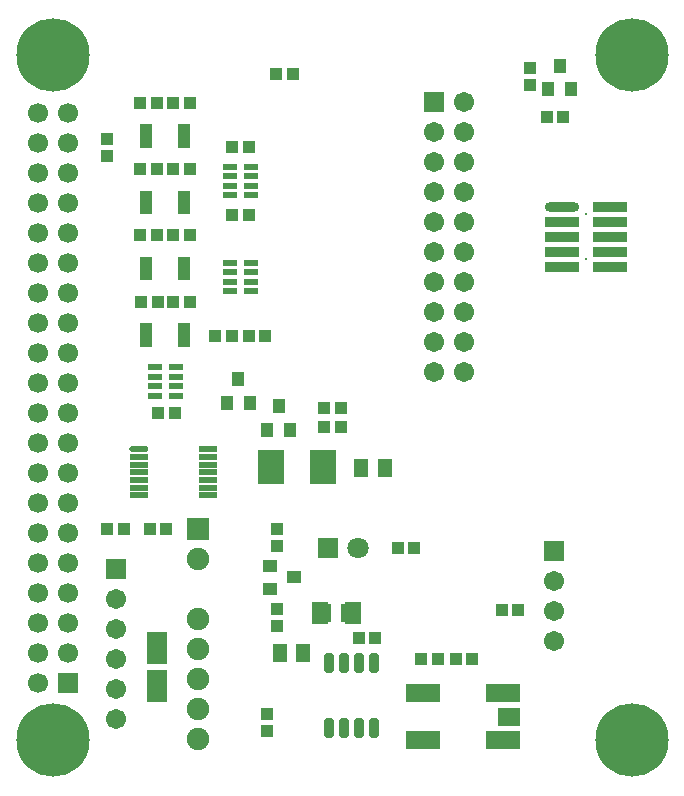
<source format=gts>
G04*
G04 #@! TF.GenerationSoftware,Altium Limited,Altium Designer,22.6.1 (34)*
G04*
G04 Layer_Color=16711935*
%FSAX44Y44*%
%MOMM*%
G71*
G04*
G04 #@! TF.SameCoordinates,3ED828DF-7C99-4F06-8B8B-480B9A04C0B7*
G04*
G04*
G04 #@! TF.FilePolarity,Negative*
G04*
G01*
G75*
%ADD32R,1.0032X1.1032*%
%ADD33R,1.7532X2.7532*%
%ADD34R,1.1032X1.0032*%
%ADD35R,1.1032X0.5032*%
%ADD36R,1.2032X1.5032*%
%ADD37R,1.4032X1.9032*%
%ADD38R,1.6400X0.5400*%
%ADD39O,1.6400X0.5400*%
%ADD40R,1.1532X1.1032*%
%ADD41R,1.1032X1.1532*%
%ADD42R,1.2032X0.6032*%
%ADD43R,2.3032X2.9032*%
%ADD44R,2.8956X0.8382*%
%ADD45O,2.8956X0.8382*%
G04:AMPARAMS|DCode=46|XSize=0.8032mm|YSize=1.6532mm|CornerRadius=0.1526mm|HoleSize=0mm|Usage=FLASHONLY|Rotation=180.000|XOffset=0mm|YOffset=0mm|HoleType=Round|Shape=RoundedRectangle|*
%AMROUNDEDRECTD46*
21,1,0.8032,1.3480,0,0,180.0*
21,1,0.4980,1.6532,0,0,180.0*
1,1,0.3052,-0.2490,0.6740*
1,1,0.3052,0.2490,0.6740*
1,1,0.3052,0.2490,-0.6740*
1,1,0.3052,-0.2490,-0.6740*
%
%ADD46ROUNDEDRECTD46*%
%ADD47R,1.8532X1.6032*%
%ADD48R,2.9532X1.6032*%
%ADD49R,1.7032X1.7032*%
%ADD50C,1.7032*%
%ADD51C,1.8032*%
%ADD52R,1.8032X1.8032*%
%ADD53C,1.7000*%
%ADD54R,1.7000X1.7000*%
%ADD55C,6.2032*%
%ADD56C,1.9032*%
%ADD57R,1.9032X1.9032*%
%ADD58C,0.2032*%
D32*
X01302730Y00986850D02*
D03*
X01316730D02*
D03*
X01302730Y01043850D02*
D03*
X01316730D02*
D03*
X01530730Y00651850D02*
D03*
X01544730D02*
D03*
X01462730Y00610850D02*
D03*
X01476730D02*
D03*
X01302355Y00884100D02*
D03*
X01288355D02*
D03*
X01568730Y01069850D02*
D03*
X01582730D02*
D03*
X01491730Y00610850D02*
D03*
X01505730D02*
D03*
X01316355Y00884100D02*
D03*
X01330355D02*
D03*
X01442730Y00704850D02*
D03*
X01456730D02*
D03*
X01266480Y01081350D02*
D03*
X01252480D02*
D03*
X01266480Y00913350D02*
D03*
X01252480D02*
D03*
X01266480Y00969350D02*
D03*
X01252480D02*
D03*
X01266480Y01025350D02*
D03*
X01252480D02*
D03*
X01224480Y01081350D02*
D03*
X01238480D02*
D03*
X01225480Y00913350D02*
D03*
X01239480D02*
D03*
X01224480Y00969350D02*
D03*
X01238480D02*
D03*
X01224480Y01025350D02*
D03*
X01238480D02*
D03*
X01380480Y00807350D02*
D03*
X01394480D02*
D03*
X01380480Y00823350D02*
D03*
X01394480D02*
D03*
X01239730Y00818850D02*
D03*
X01253730D02*
D03*
X01409730Y00628850D02*
D03*
X01423730D02*
D03*
X01232730Y00720850D02*
D03*
X01246730D02*
D03*
X01210730D02*
D03*
X01196730D02*
D03*
X01339730Y01105850D02*
D03*
X01353730D02*
D03*
D33*
X01238730Y00619850D02*
D03*
Y00587850D02*
D03*
D34*
X01196730Y01036850D02*
D03*
Y01050850D02*
D03*
X01340730Y00706850D02*
D03*
Y00720850D02*
D03*
X01554730Y01110850D02*
D03*
Y01096850D02*
D03*
X01340730Y00638850D02*
D03*
Y00652850D02*
D03*
X01331730Y00549850D02*
D03*
Y00563850D02*
D03*
D35*
X01229480Y00948850D02*
D03*
Y00943850D02*
D03*
Y00938850D02*
D03*
Y00933850D02*
D03*
X01261480D02*
D03*
Y00938850D02*
D03*
Y00943850D02*
D03*
Y00948850D02*
D03*
X01229480Y01060850D02*
D03*
Y01055850D02*
D03*
Y01050850D02*
D03*
Y01045850D02*
D03*
X01261480D02*
D03*
Y01050850D02*
D03*
Y01055850D02*
D03*
Y01060850D02*
D03*
X01229480Y01004850D02*
D03*
Y00999850D02*
D03*
Y00994850D02*
D03*
Y00989850D02*
D03*
X01261480D02*
D03*
Y00994850D02*
D03*
Y00999850D02*
D03*
Y01004850D02*
D03*
X01229480Y00892850D02*
D03*
Y00887850D02*
D03*
Y00882850D02*
D03*
Y00877850D02*
D03*
X01261480D02*
D03*
Y00882850D02*
D03*
Y00887850D02*
D03*
Y00892850D02*
D03*
D36*
X01342730Y00615850D02*
D03*
X01362730D02*
D03*
X01380539Y00649810D02*
D03*
X01400539D02*
D03*
X01411730Y00772850D02*
D03*
X01431730D02*
D03*
D37*
X01404539Y00649810D02*
D03*
X01376539D02*
D03*
D38*
X01281730Y00749350D02*
D03*
Y00755850D02*
D03*
Y00762350D02*
D03*
Y00768850D02*
D03*
Y00775350D02*
D03*
Y00781850D02*
D03*
Y00788350D02*
D03*
X01223730Y00749350D02*
D03*
Y00755850D02*
D03*
Y00762350D02*
D03*
Y00768850D02*
D03*
Y00775350D02*
D03*
Y00781850D02*
D03*
D39*
X01223730Y00788350D02*
D03*
D40*
X01334730Y00670350D02*
D03*
Y00689350D02*
D03*
X01354730Y00679850D02*
D03*
D41*
X01589230Y01093100D02*
D03*
X01570230D02*
D03*
X01579730Y01113100D02*
D03*
X01317230Y00827850D02*
D03*
X01298230D02*
D03*
X01307730Y00847850D02*
D03*
X01351230Y00804850D02*
D03*
X01332230D02*
D03*
X01341730Y00824850D02*
D03*
D42*
X01236730Y00833850D02*
D03*
Y00841850D02*
D03*
Y00849850D02*
D03*
Y00857850D02*
D03*
X01254730Y00833850D02*
D03*
Y00841850D02*
D03*
Y00849850D02*
D03*
Y00857850D02*
D03*
X01300480Y00922350D02*
D03*
Y00930350D02*
D03*
Y00938350D02*
D03*
Y00946350D02*
D03*
X01318480Y00922350D02*
D03*
Y00930350D02*
D03*
Y00938350D02*
D03*
Y00946350D02*
D03*
X01300480Y01003350D02*
D03*
Y01011350D02*
D03*
Y01019350D02*
D03*
Y01027350D02*
D03*
X01318480Y01003350D02*
D03*
Y01011350D02*
D03*
Y01019350D02*
D03*
Y01027350D02*
D03*
D43*
X01379730Y00773100D02*
D03*
X01335730D02*
D03*
D44*
X01622409Y00943020D02*
D03*
X01581769D02*
D03*
X01622409Y00955720D02*
D03*
X01581769D02*
D03*
X01622409Y00968420D02*
D03*
X01581769D02*
D03*
X01622409Y00981120D02*
D03*
X01581769D02*
D03*
X01622409Y00993820D02*
D03*
D45*
X01581769D02*
D03*
D46*
X01422780Y00607100D02*
D03*
X01410080D02*
D03*
X01397380D02*
D03*
X01384680D02*
D03*
X01422780Y00552600D02*
D03*
X01410080D02*
D03*
X01397380D02*
D03*
X01384680D02*
D03*
D47*
X01536980Y00561850D02*
D03*
D48*
X01531480Y00541850D02*
D03*
Y00581850D02*
D03*
X01463980Y00541850D02*
D03*
Y00581850D02*
D03*
D49*
X01204230Y00687050D02*
D03*
X01473289Y01082120D02*
D03*
X01574569Y00702489D02*
D03*
D50*
X01204230Y00661650D02*
D03*
Y00636250D02*
D03*
Y00610850D02*
D03*
Y00585450D02*
D03*
Y00560050D02*
D03*
X01498689Y01082120D02*
D03*
X01473289Y01056720D02*
D03*
X01498689D02*
D03*
X01473289Y01031320D02*
D03*
X01498689D02*
D03*
X01473289Y01005920D02*
D03*
X01498689D02*
D03*
X01473289Y00980520D02*
D03*
X01498689D02*
D03*
X01473289Y00955120D02*
D03*
X01498689D02*
D03*
X01473289Y00929720D02*
D03*
X01498689D02*
D03*
X01473289Y00904320D02*
D03*
X01498689D02*
D03*
X01473289Y00878920D02*
D03*
X01498689D02*
D03*
X01473289Y00853520D02*
D03*
X01498689D02*
D03*
X01574569Y00626289D02*
D03*
Y00651689D02*
D03*
Y00677089D02*
D03*
D51*
X01409130Y00704850D02*
D03*
D52*
X01383730D02*
D03*
D53*
X01138030Y01073150D02*
D03*
X01163430D02*
D03*
X01138030Y01047750D02*
D03*
X01163430D02*
D03*
X01138030Y01022350D02*
D03*
X01163430D02*
D03*
X01138030Y00996950D02*
D03*
X01163430D02*
D03*
X01138030Y00971550D02*
D03*
X01163430D02*
D03*
X01138030Y00946150D02*
D03*
X01163430D02*
D03*
X01138030Y00920750D02*
D03*
X01163430D02*
D03*
X01138030Y00895350D02*
D03*
X01163430D02*
D03*
X01138030Y00869950D02*
D03*
X01163430D02*
D03*
X01138030Y00844550D02*
D03*
X01163430D02*
D03*
X01138030Y00819150D02*
D03*
X01163430D02*
D03*
X01138030Y00793750D02*
D03*
X01163430D02*
D03*
X01138030Y00768350D02*
D03*
X01163430D02*
D03*
X01138030Y00742950D02*
D03*
X01163430D02*
D03*
X01138030Y00717550D02*
D03*
X01163430D02*
D03*
X01138030Y00692150D02*
D03*
X01163430D02*
D03*
X01138030Y00666750D02*
D03*
X01163430D02*
D03*
X01138030Y00641350D02*
D03*
X01163430D02*
D03*
X01138030Y00615950D02*
D03*
X01163430D02*
D03*
X01138030Y00590550D02*
D03*
D54*
X01163430D02*
D03*
D55*
X01640730Y01121850D02*
D03*
X01150730D02*
D03*
X01640730Y00541850D02*
D03*
X01150730D02*
D03*
D56*
X01273730Y00543450D02*
D03*
Y00568850D02*
D03*
Y00594250D02*
D03*
Y00619650D02*
D03*
Y00645050D02*
D03*
Y00695850D02*
D03*
D57*
Y00721250D02*
D03*
D58*
X01602089Y00987470D02*
D03*
Y00949370D02*
D03*
M02*

</source>
